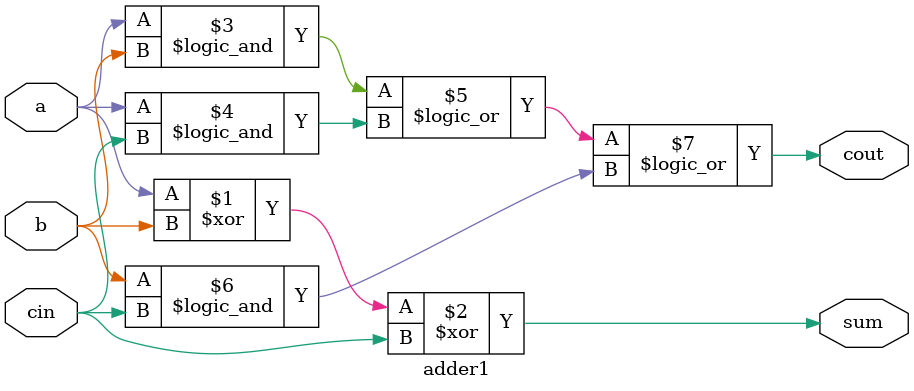
<source format=v>
/*

Create a 100-bit binary adder. The adder adds two 100-bit numbers and a carry-in to produce a 100-bit sum and carry out.

Expected solution length: Around 1 line.

*/

module top_module( 
    input [99:0] a, b,
    input cin,
    output cout,
    output [99:0] sum );

    wire[98:0] prelim_carry_outs;


    adder1 adders [99:0] (
        .a(a), .b(b), .cin({prelim_carry_outs, cin}), .cout({cout, prelim_carry_outs}), .sum(sum)
    );


endmodule



module adder1( 
    input a, b, cin,
    output cout, sum );

    assign sum = a ^ b ^ cin;
    assign cout = (a && b) || (a && cin) || (b && cin);

endmodule
</source>
